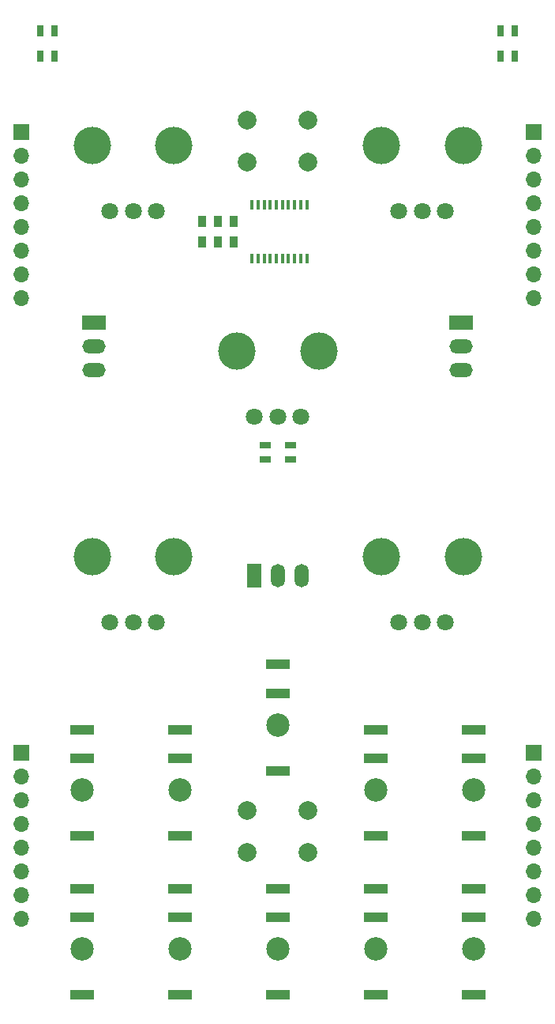
<source format=gbr>
G04 #@! TF.GenerationSoftware,KiCad,Pcbnew,(5.1.9)-1*
G04 #@! TF.CreationDate,2021-03-14T15:16:18+00:00*
G04 #@! TF.ProjectId,Retrospector_Controls,52657472-6f73-4706-9563-746f725f436f,rev?*
G04 #@! TF.SameCoordinates,Original*
G04 #@! TF.FileFunction,Soldermask,Bot*
G04 #@! TF.FilePolarity,Negative*
%FSLAX46Y46*%
G04 Gerber Fmt 4.6, Leading zero omitted, Abs format (unit mm)*
G04 Created by KiCad (PCBNEW (5.1.9)-1) date 2021-03-14 15:16:18*
%MOMM*%
%LPD*%
G01*
G04 APERTURE LIST*
%ADD10C,4.000000*%
%ADD11C,1.800000*%
%ADD12O,2.500000X1.500000*%
%ADD13R,2.500000X1.500000*%
%ADD14O,1.500000X2.500000*%
%ADD15R,1.500000X2.500000*%
%ADD16R,1.300000X0.700000*%
%ADD17R,0.700000X1.300000*%
%ADD18C,2.500000*%
%ADD19R,2.500000X1.000000*%
%ADD20C,2.000000*%
%ADD21R,0.400000X1.000000*%
%ADD22R,0.900000X1.200000*%
%ADD23R,1.700000X1.700000*%
%ADD24O,1.700000X1.700000*%
G04 APERTURE END LIST*
D10*
X110100000Y-65000000D03*
X118900000Y-65000000D03*
D11*
X112000000Y-72000000D03*
X114500000Y-72000000D03*
X117000000Y-72000000D03*
D12*
X149700000Y-89040000D03*
X149700000Y-86500000D03*
D13*
X149700000Y-83960000D03*
D14*
X132540000Y-111000000D03*
X130000000Y-111000000D03*
D15*
X127460000Y-111000000D03*
D12*
X110300000Y-89040000D03*
X110300000Y-86500000D03*
D13*
X110300000Y-83960000D03*
D16*
X128650000Y-98550000D03*
X131400000Y-98550000D03*
X128650000Y-97050000D03*
X131400000Y-97050000D03*
D17*
X153950000Y-52650000D03*
X153950000Y-55400000D03*
X155450000Y-52650000D03*
X155450000Y-55400000D03*
X104550000Y-52650000D03*
X104550000Y-55400000D03*
X106050000Y-52650000D03*
X106050000Y-55400000D03*
D18*
X130000000Y-127000000D03*
D19*
X130000000Y-120520000D03*
X130000000Y-123620000D03*
X130000000Y-131920000D03*
D18*
X109000000Y-151000000D03*
D19*
X109000000Y-144520000D03*
X109000000Y-147620000D03*
X109000000Y-155920000D03*
D18*
X119500000Y-134000000D03*
D19*
X119500000Y-127520000D03*
X119500000Y-130620000D03*
X119500000Y-138920000D03*
D18*
X140500000Y-134000000D03*
D19*
X140500000Y-127520000D03*
X140500000Y-130620000D03*
X140500000Y-138920000D03*
D18*
X109000000Y-134000000D03*
D19*
X109000000Y-127520000D03*
X109000000Y-130620000D03*
X109000000Y-138920000D03*
D18*
X119500000Y-151000000D03*
D19*
X119500000Y-144520000D03*
X119500000Y-147620000D03*
X119500000Y-155920000D03*
D18*
X140500000Y-151000000D03*
D19*
X140500000Y-144520000D03*
X140500000Y-147620000D03*
X140500000Y-155920000D03*
D18*
X130000000Y-151000000D03*
D19*
X130000000Y-144520000D03*
X130000000Y-147620000D03*
X130000000Y-155920000D03*
D18*
X151000000Y-134000000D03*
D19*
X151000000Y-127520000D03*
X151000000Y-130620000D03*
X151000000Y-138920000D03*
D18*
X151000000Y-151000000D03*
D19*
X151000000Y-144520000D03*
X151000000Y-147620000D03*
X151000000Y-155920000D03*
D10*
X125600000Y-87000000D03*
X134400000Y-87000000D03*
D11*
X127500000Y-94000000D03*
X130000000Y-94000000D03*
X132500000Y-94000000D03*
D10*
X110100000Y-109000000D03*
X118900000Y-109000000D03*
D11*
X112000000Y-116000000D03*
X114500000Y-116000000D03*
X117000000Y-116000000D03*
D10*
X141100000Y-109000000D03*
X149900000Y-109000000D03*
D11*
X143000000Y-116000000D03*
X145500000Y-116000000D03*
X148000000Y-116000000D03*
D10*
X141100000Y-65000000D03*
X149900000Y-65000000D03*
D11*
X143000000Y-72000000D03*
X145500000Y-72000000D03*
X148000000Y-72000000D03*
D20*
X126750000Y-136150000D03*
X126750000Y-140650000D03*
X133250000Y-136150000D03*
X133250000Y-140650000D03*
X126750000Y-62250000D03*
X126750000Y-66750000D03*
X133250000Y-62250000D03*
X133250000Y-66750000D03*
D21*
X133125000Y-77100000D03*
X132475000Y-77100000D03*
X131825000Y-77100000D03*
X131175000Y-77100000D03*
X130525000Y-77100000D03*
X129875000Y-77100000D03*
X129225000Y-77100000D03*
X128575000Y-77100000D03*
X127925000Y-77100000D03*
X127275000Y-77100000D03*
X127275000Y-71300000D03*
X127925000Y-71300000D03*
X128575000Y-71300000D03*
X129225000Y-71300000D03*
X129875000Y-71300000D03*
X130525000Y-71300000D03*
X131175000Y-71300000D03*
X131825000Y-71300000D03*
X132475000Y-71300000D03*
X133125000Y-71300000D03*
D22*
X121900000Y-75300000D03*
X121900000Y-73100000D03*
X125300000Y-75300000D03*
X125300000Y-73100000D03*
X123600000Y-75300000D03*
X123600000Y-73100000D03*
D23*
X157500000Y-130000000D03*
D24*
X157500000Y-132540000D03*
X157500000Y-135080000D03*
X157500000Y-137620000D03*
X157500000Y-140160000D03*
X157500000Y-142700000D03*
X157500000Y-145240000D03*
X157500000Y-147780000D03*
D23*
X157500000Y-63500000D03*
D24*
X157500000Y-66040000D03*
X157500000Y-68580000D03*
X157500000Y-71120000D03*
X157500000Y-73660000D03*
X157500000Y-76200000D03*
X157500000Y-78740000D03*
X157500000Y-81280000D03*
D23*
X102500000Y-130000000D03*
D24*
X102500000Y-132540000D03*
X102500000Y-135080000D03*
X102500000Y-137620000D03*
X102500000Y-140160000D03*
X102500000Y-142700000D03*
X102500000Y-145240000D03*
X102500000Y-147780000D03*
D23*
X102500000Y-63500000D03*
D24*
X102500000Y-66040000D03*
X102500000Y-68580000D03*
X102500000Y-71120000D03*
X102500000Y-73660000D03*
X102500000Y-76200000D03*
X102500000Y-78740000D03*
X102500000Y-81280000D03*
M02*

</source>
